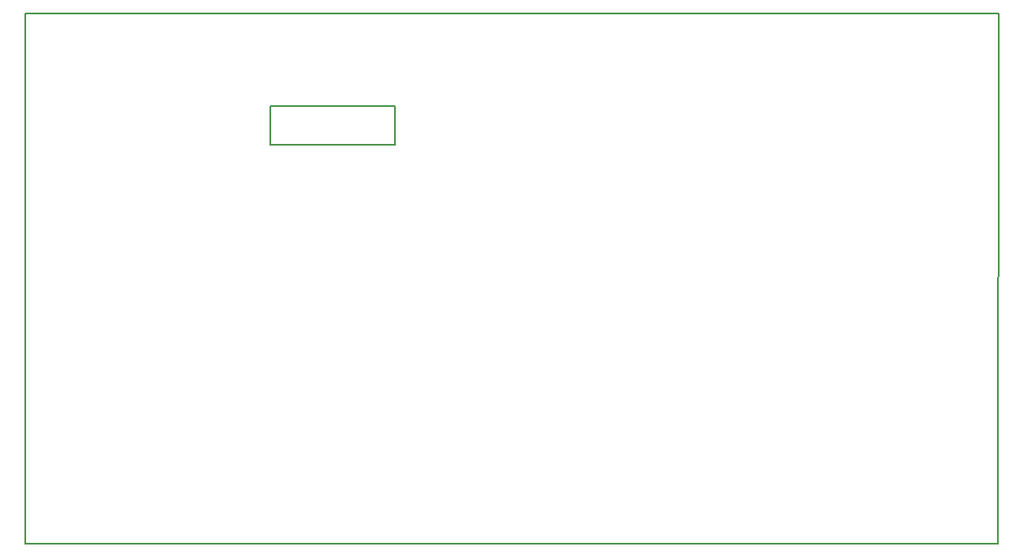
<source format=gbr>
G04 #@! TF.GenerationSoftware,KiCad,Pcbnew,(5.1.5-0-10_14)*
G04 #@! TF.CreationDate,2021-10-24T15:57:11+10:00*
G04 #@! TF.ProjectId,Hornet Forward Input Shield,486f726e-6574-4204-966f-727761726420,rev?*
G04 #@! TF.SameCoordinates,Original*
G04 #@! TF.FileFunction,Profile,NP*
%FSLAX46Y46*%
G04 Gerber Fmt 4.6, Leading zero omitted, Abs format (unit mm)*
G04 Created by KiCad (PCBNEW (5.1.5-0-10_14)) date 2021-10-24 15:57:11*
%MOMM*%
%LPD*%
G04 APERTURE LIST*
%ADD10C,0.150000*%
G04 APERTURE END LIST*
D10*
X149479000Y-77597000D02*
X149606000Y-77597000D01*
X149479000Y-81534000D02*
X149479000Y-77597000D01*
X162052000Y-81534000D02*
X149479000Y-81534000D01*
X162052000Y-77597000D02*
X162052000Y-81534000D01*
X149606000Y-77597000D02*
X162052000Y-77597000D01*
X222631000Y-121666000D02*
X222758000Y-68326000D01*
X124841000Y-121666000D02*
X222631000Y-121666000D01*
X124841000Y-68326000D02*
X222758000Y-68326000D01*
X124841000Y-68326000D02*
X124841000Y-121666000D01*
M02*

</source>
